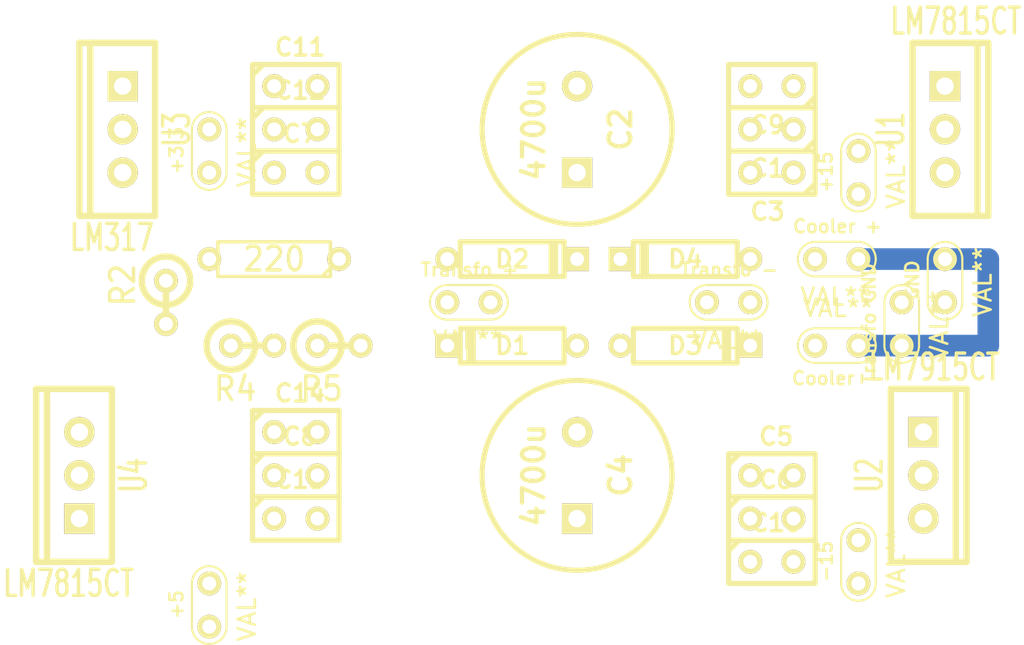
<source format=kicad_pcb>
(kicad_pcb (version 3) (host pcbnew "(2013-07-07 BZR 4022)-stable")

  (general
    (links 44)
    (no_connects 44)
    (area 184.785 70.485 247.015001 109.903542)
    (thickness 1.6)
    (drawings 0)
    (tracks 9)
    (zones 0)
    (modules 36)
    (nets 13)
  )

  (page A3)
  (layers
    (15 F.Cu signal)
    (0 B.Cu signal)
    (16 B.Adhes user)
    (17 F.Adhes user)
    (18 B.Paste user)
    (19 F.Paste user)
    (20 B.SilkS user)
    (21 F.SilkS user)
    (22 B.Mask user)
    (23 F.Mask user)
    (24 Dwgs.User user)
    (25 Cmts.User user)
    (26 Eco1.User user)
    (27 Eco2.User user)
    (28 Edge.Cuts user)
  )

  (setup
    (last_trace_width 0.254)
    (user_trace_width 1.27)
    (trace_clearance 0.254)
    (zone_clearance 0.508)
    (zone_45_only no)
    (trace_min 0.254)
    (segment_width 0.2)
    (edge_width 0.1)
    (via_size 0.889)
    (via_drill 0.635)
    (via_min_size 0.889)
    (via_min_drill 0.508)
    (uvia_size 0.508)
    (uvia_drill 0.127)
    (uvias_allowed no)
    (uvia_min_size 0.508)
    (uvia_min_drill 0.127)
    (pcb_text_width 0.3)
    (pcb_text_size 1.5 1.5)
    (mod_edge_width 0.15)
    (mod_text_size 1 1)
    (mod_text_width 0.15)
    (pad_size 1.5 1.5)
    (pad_drill 0.6)
    (pad_to_mask_clearance 0)
    (aux_axis_origin 0 0)
    (visible_elements 7FFFFFFF)
    (pcbplotparams
      (layerselection 3178497)
      (usegerberextensions true)
      (excludeedgelayer true)
      (linewidth 0.150000)
      (plotframeref false)
      (viasonmask false)
      (mode 1)
      (useauxorigin false)
      (hpglpennumber 1)
      (hpglpenspeed 20)
      (hpglpendiameter 15)
      (hpglpenoverlay 2)
      (psnegative false)
      (psa4output false)
      (plotreference true)
      (plotvalue true)
      (plotothertext true)
      (plotinvisibletext false)
      (padsonsilk false)
      (subtractmaskfromsilk false)
      (outputformat 1)
      (mirror false)
      (drillshape 1)
      (scaleselection 1)
      (outputdirectory ""))
  )

  (net 0 "")
  (net 1 /+15)
  (net 2 /+3.3)
  (net 3 /+5)
  (net 4 /-15)
  (net 5 /-V)
  (net 6 "/Tranfo +")
  (net 7 "/Tranfo -")
  (net 8 GND)
  (net 9 N-000003)
  (net 10 N-000005)
  (net 11 N-000006)
  (net 12 N-000007)

  (net_class Default "This is the default net class."
    (clearance 0.254)
    (trace_width 0.254)
    (via_dia 0.889)
    (via_drill 0.635)
    (uvia_dia 0.508)
    (uvia_drill 0.127)
    (add_net "")
    (add_net /+15)
    (add_net /+3.3)
    (add_net /+5)
    (add_net /-15)
    (add_net /-V)
    (add_net "/Tranfo +")
    (add_net "/Tranfo -")
    (add_net GND)
    (add_net N-000003)
    (add_net N-000005)
    (add_net N-000006)
    (add_net N-000007)
  )

  (module TO220_VERT (layer F.Cu) (tedit 5335A60D) (tstamp 53333927)
    (at 190.5 99.06 180)
    (descr "Regulateur TO220 serie LM78xx")
    (tags "TR TO220")
    (path /532C79C7)
    (fp_text reference U4 (at -3.175 0 270) (layer F.SilkS)
      (effects (font (size 1.524 1.016) (thickness 0.2032)))
    )
    (fp_text value LM7815CT (at 0.635 -6.35 180) (layer F.SilkS)
      (effects (font (size 1.524 1.016) (thickness 0.2032)))
    )
    (fp_line (start 1.905 -5.08) (end 2.54 -5.08) (layer F.SilkS) (width 0.381))
    (fp_line (start 2.54 -5.08) (end 2.54 5.08) (layer F.SilkS) (width 0.381))
    (fp_line (start 2.54 5.08) (end 1.905 5.08) (layer F.SilkS) (width 0.381))
    (fp_line (start -1.905 -5.08) (end 1.905 -5.08) (layer F.SilkS) (width 0.381))
    (fp_line (start 1.905 -5.08) (end 1.905 5.08) (layer F.SilkS) (width 0.381))
    (fp_line (start 1.905 5.08) (end -1.905 5.08) (layer F.SilkS) (width 0.381))
    (fp_line (start -1.905 5.08) (end -1.905 -5.08) (layer F.SilkS) (width 0.381))
    (pad 2 thru_hole circle (at 0 0 180) (size 1.778 1.778) (drill 1.016)
      (layers *.Cu *.Mask F.SilkS)
      (net 8 GND)
    )
    (pad 3 thru_hole circle (at 0 2.54 180) (size 1.778 1.778) (drill 1.016)
      (layers *.Cu *.Mask F.SilkS)
      (net 3 /+5)
    )
    (pad 1 thru_hole rect (at 0 -2.54 180) (size 1.778 1.778) (drill 1.016)
      (layers *.Cu *.Mask F.SilkS)
      (net 9 N-000003)
    )
  )

  (module TO220_VERT (layer F.Cu) (tedit 5335A6BE) (tstamp 53333935)
    (at 240.03 99.06)
    (descr "Regulateur TO220 serie LM78xx")
    (tags "TR TO220")
    (path /532C69D0)
    (fp_text reference U2 (at -3.175 0 90) (layer F.SilkS)
      (effects (font (size 1.524 1.016) (thickness 0.2032)))
    )
    (fp_text value LM7915CT (at 0.635 -6.35) (layer F.SilkS)
      (effects (font (size 1.524 1.016) (thickness 0.2032)))
    )
    (fp_line (start 1.905 -5.08) (end 2.54 -5.08) (layer F.SilkS) (width 0.381))
    (fp_line (start 2.54 -5.08) (end 2.54 5.08) (layer F.SilkS) (width 0.381))
    (fp_line (start 2.54 5.08) (end 1.905 5.08) (layer F.SilkS) (width 0.381))
    (fp_line (start -1.905 -5.08) (end 1.905 -5.08) (layer F.SilkS) (width 0.381))
    (fp_line (start 1.905 -5.08) (end 1.905 5.08) (layer F.SilkS) (width 0.381))
    (fp_line (start 1.905 5.08) (end -1.905 5.08) (layer F.SilkS) (width 0.381))
    (fp_line (start -1.905 5.08) (end -1.905 -5.08) (layer F.SilkS) (width 0.381))
    (pad 2 thru_hole circle (at 0 0) (size 1.778 1.778) (drill 1.016)
      (layers *.Cu *.Mask F.SilkS)
      (net 5 /-V)
    )
    (pad 3 thru_hole circle (at 0 2.54) (size 1.778 1.778) (drill 1.016)
      (layers *.Cu *.Mask F.SilkS)
      (net 4 /-15)
    )
    (pad 1 thru_hole rect (at 0 -2.54) (size 1.778 1.778) (drill 1.016)
      (layers *.Cu *.Mask F.SilkS)
      (net 8 GND)
    )
  )

  (module TO220_VERT (layer F.Cu) (tedit 5335A63C) (tstamp 53333943)
    (at 241.3 78.74)
    (descr "Regulateur TO220 serie LM78xx")
    (tags "TR TO220")
    (path /532C69C1)
    (fp_text reference U1 (at -3.175 0 90) (layer F.SilkS)
      (effects (font (size 1.524 1.016) (thickness 0.2032)))
    )
    (fp_text value LM7815CT (at 0.635 -6.35) (layer F.SilkS)
      (effects (font (size 1.524 1.016) (thickness 0.2032)))
    )
    (fp_line (start 1.905 -5.08) (end 2.54 -5.08) (layer F.SilkS) (width 0.381))
    (fp_line (start 2.54 -5.08) (end 2.54 5.08) (layer F.SilkS) (width 0.381))
    (fp_line (start 2.54 5.08) (end 1.905 5.08) (layer F.SilkS) (width 0.381))
    (fp_line (start -1.905 -5.08) (end 1.905 -5.08) (layer F.SilkS) (width 0.381))
    (fp_line (start 1.905 -5.08) (end 1.905 5.08) (layer F.SilkS) (width 0.381))
    (fp_line (start 1.905 5.08) (end -1.905 5.08) (layer F.SilkS) (width 0.381))
    (fp_line (start -1.905 5.08) (end -1.905 -5.08) (layer F.SilkS) (width 0.381))
    (pad 2 thru_hole circle (at 0 0) (size 1.778 1.778) (drill 1.016)
      (layers *.Cu *.Mask F.SilkS)
      (net 8 GND)
    )
    (pad 3 thru_hole circle (at 0 2.54) (size 1.778 1.778) (drill 1.016)
      (layers *.Cu *.Mask F.SilkS)
      (net 1 /+15)
    )
    (pad 1 thru_hole rect (at 0 -2.54) (size 1.778 1.778) (drill 1.016)
      (layers *.Cu *.Mask F.SilkS)
      (net 9 N-000003)
    )
  )

  (module TO220_VERT (layer F.Cu) (tedit 43A66C96) (tstamp 53333951)
    (at 193.04 78.74 180)
    (descr "Regulateur TO220 serie LM78xx")
    (tags "TR TO220")
    (path /532C69B2)
    (fp_text reference U3 (at -3.175 0 270) (layer F.SilkS)
      (effects (font (size 1.524 1.016) (thickness 0.2032)))
    )
    (fp_text value LM317 (at 0.635 -6.35 180) (layer F.SilkS)
      (effects (font (size 1.524 1.016) (thickness 0.2032)))
    )
    (fp_line (start 1.905 -5.08) (end 2.54 -5.08) (layer F.SilkS) (width 0.381))
    (fp_line (start 2.54 -5.08) (end 2.54 5.08) (layer F.SilkS) (width 0.381))
    (fp_line (start 2.54 5.08) (end 1.905 5.08) (layer F.SilkS) (width 0.381))
    (fp_line (start -1.905 -5.08) (end 1.905 -5.08) (layer F.SilkS) (width 0.381))
    (fp_line (start 1.905 -5.08) (end 1.905 5.08) (layer F.SilkS) (width 0.381))
    (fp_line (start 1.905 5.08) (end -1.905 5.08) (layer F.SilkS) (width 0.381))
    (fp_line (start -1.905 5.08) (end -1.905 -5.08) (layer F.SilkS) (width 0.381))
    (pad 2 thru_hole circle (at 0 -2.54 180) (size 1.778 1.778) (drill 1.016)
      (layers *.Cu *.Mask F.SilkS)
      (net 11 N-000006)
    )
    (pad 3 thru_hole circle (at 0 0 180) (size 1.778 1.778) (drill 1.016)
      (layers *.Cu *.Mask F.SilkS)
      (net 2 /+3.3)
    )
    (pad 1 thru_hole rect (at 0 2.54 180) (size 1.778 1.778) (drill 1.016)
      (layers *.Cu *.Mask F.SilkS)
      (net 9 N-000003)
    )
  )

  (module R3 (layer F.Cu) (tedit 5333404C) (tstamp 5333395F)
    (at 201.93 86.36 180)
    (descr "Resitance 3 pas")
    (tags R)
    (path /532C6DA5)
    (autoplace_cost180 10)
    (fp_text reference R1 (at 0 0.127 180) (layer F.SilkS) hide
      (effects (font (size 1.397 1.27) (thickness 0.2032)))
    )
    (fp_text value 220 (at 0 0 180) (layer F.SilkS)
      (effects (font (size 1.397 1.27) (thickness 0.2032)))
    )
    (fp_line (start -3.81 0) (end -3.302 0) (layer F.SilkS) (width 0.2032))
    (fp_line (start 3.81 0) (end 3.302 0) (layer F.SilkS) (width 0.2032))
    (fp_line (start 3.302 0) (end 3.302 -1.016) (layer F.SilkS) (width 0.2032))
    (fp_line (start 3.302 -1.016) (end -3.302 -1.016) (layer F.SilkS) (width 0.2032))
    (fp_line (start -3.302 -1.016) (end -3.302 1.016) (layer F.SilkS) (width 0.2032))
    (fp_line (start -3.302 1.016) (end 3.302 1.016) (layer F.SilkS) (width 0.2032))
    (fp_line (start 3.302 1.016) (end 3.302 0) (layer F.SilkS) (width 0.2032))
    (fp_line (start -3.302 -0.508) (end -2.794 -1.016) (layer F.SilkS) (width 0.2032))
    (pad 1 thru_hole circle (at -3.81 0 180) (size 1.397 1.397) (drill 0.8128)
      (layers *.Cu *.Mask F.SilkS)
      (net 2 /+3.3)
    )
    (pad 2 thru_hole circle (at 3.81 0 180) (size 1.397 1.397) (drill 0.8128)
      (layers *.Cu *.Mask F.SilkS)
      (net 11 N-000006)
    )
    (model discret/resistor.wrl
      (at (xyz 0 0 0))
      (scale (xyz 0.3 0.3 0.3))
      (rotate (xyz 0 0 0))
    )
  )

  (module R1 (layer F.Cu) (tedit 200000) (tstamp 53333967)
    (at 205.74 91.44)
    (descr "Resistance verticale")
    (tags R)
    (path /532CAD1F)
    (autoplace_cost90 10)
    (autoplace_cost180 10)
    (fp_text reference R5 (at -1.016 2.54) (layer F.SilkS)
      (effects (font (size 1.397 1.27) (thickness 0.2032)))
    )
    (fp_text value 120 (at -1.143 2.54) (layer F.SilkS) hide
      (effects (font (size 1.397 1.27) (thickness 0.2032)))
    )
    (fp_line (start -1.27 0) (end 1.27 0) (layer F.SilkS) (width 0.381))
    (fp_circle (center -1.27 0) (end -0.635 1.27) (layer F.SilkS) (width 0.381))
    (pad 1 thru_hole circle (at -1.27 0) (size 1.397 1.397) (drill 0.8128)
      (layers *.Cu *.Mask F.SilkS)
      (net 12 N-000007)
    )
    (pad 2 thru_hole circle (at 1.27 0) (size 1.397 1.397) (drill 0.8128)
      (layers *.Cu *.Mask F.SilkS)
      (net 8 GND)
    )
    (model discret/verti_resistor.wrl
      (at (xyz 0 0 0))
      (scale (xyz 1 1 1))
      (rotate (xyz 0 0 0))
    )
  )

  (module R1 (layer F.Cu) (tedit 200000) (tstamp 5333396F)
    (at 200.66 91.44)
    (descr "Resistance verticale")
    (tags R)
    (path /532CAD19)
    (autoplace_cost90 10)
    (autoplace_cost180 10)
    (fp_text reference R4 (at -1.016 2.54) (layer F.SilkS)
      (effects (font (size 1.397 1.27) (thickness 0.2032)))
    )
    (fp_text value 120 (at -1.143 2.54) (layer F.SilkS) hide
      (effects (font (size 1.397 1.27) (thickness 0.2032)))
    )
    (fp_line (start -1.27 0) (end 1.27 0) (layer F.SilkS) (width 0.381))
    (fp_circle (center -1.27 0) (end -0.635 1.27) (layer F.SilkS) (width 0.381))
    (pad 1 thru_hole circle (at -1.27 0) (size 1.397 1.397) (drill 0.8128)
      (layers *.Cu *.Mask F.SilkS)
      (net 10 N-000005)
    )
    (pad 2 thru_hole circle (at 1.27 0) (size 1.397 1.397) (drill 0.8128)
      (layers *.Cu *.Mask F.SilkS)
      (net 12 N-000007)
    )
    (model discret/verti_resistor.wrl
      (at (xyz 0 0 0))
      (scale (xyz 1 1 1))
      (rotate (xyz 0 0 0))
    )
  )

  (module R1 (layer F.Cu) (tedit 200000) (tstamp 53333977)
    (at 195.58 88.9 270)
    (descr "Resistance verticale")
    (tags R)
    (path /532C6D9F)
    (autoplace_cost90 10)
    (autoplace_cost180 10)
    (fp_text reference R2 (at -1.016 2.54 270) (layer F.SilkS)
      (effects (font (size 1.397 1.27) (thickness 0.2032)))
    )
    (fp_text value 120 (at -1.143 2.54 270) (layer F.SilkS) hide
      (effects (font (size 1.397 1.27) (thickness 0.2032)))
    )
    (fp_line (start -1.27 0) (end 1.27 0) (layer F.SilkS) (width 0.381))
    (fp_circle (center -1.27 0) (end -0.635 1.27) (layer F.SilkS) (width 0.381))
    (pad 1 thru_hole circle (at -1.27 0 270) (size 1.397 1.397) (drill 0.8128)
      (layers *.Cu *.Mask F.SilkS)
      (net 11 N-000006)
    )
    (pad 2 thru_hole circle (at 1.27 0 270) (size 1.397 1.397) (drill 0.8128)
      (layers *.Cu *.Mask F.SilkS)
      (net 10 N-000005)
    )
    (model discret/verti_resistor.wrl
      (at (xyz 0 0 0))
      (scale (xyz 1 1 1))
      (rotate (xyz 0 0 0))
    )
  )

  (module D3 (layer F.Cu) (tedit 200000) (tstamp 53333987)
    (at 215.9 86.36)
    (descr "Diode 3 pas")
    (tags "DIODE DEV")
    (path /532C68E5)
    (fp_text reference D2 (at 0 0) (layer F.SilkS)
      (effects (font (size 1.016 1.016) (thickness 0.2032)))
    )
    (fp_text value DIODE (at 0 0) (layer F.SilkS) hide
      (effects (font (size 1.016 1.016) (thickness 0.2032)))
    )
    (fp_line (start 3.81 0) (end 3.048 0) (layer F.SilkS) (width 0.3048))
    (fp_line (start 3.048 0) (end 3.048 -1.016) (layer F.SilkS) (width 0.3048))
    (fp_line (start 3.048 -1.016) (end -3.048 -1.016) (layer F.SilkS) (width 0.3048))
    (fp_line (start -3.048 -1.016) (end -3.048 0) (layer F.SilkS) (width 0.3048))
    (fp_line (start -3.048 0) (end -3.81 0) (layer F.SilkS) (width 0.3048))
    (fp_line (start -3.048 0) (end -3.048 1.016) (layer F.SilkS) (width 0.3048))
    (fp_line (start -3.048 1.016) (end 3.048 1.016) (layer F.SilkS) (width 0.3048))
    (fp_line (start 3.048 1.016) (end 3.048 0) (layer F.SilkS) (width 0.3048))
    (fp_line (start 2.54 -1.016) (end 2.54 1.016) (layer F.SilkS) (width 0.3048))
    (fp_line (start 2.286 1.016) (end 2.286 -1.016) (layer F.SilkS) (width 0.3048))
    (pad 2 thru_hole rect (at 3.81 0) (size 1.397 1.397) (drill 0.8128)
      (layers *.Cu *.Mask F.SilkS)
      (net 9 N-000003)
    )
    (pad 1 thru_hole circle (at -3.81 0) (size 1.397 1.397) (drill 0.8128)
      (layers *.Cu *.Mask F.SilkS)
      (net 6 "/Tranfo +")
    )
    (model discret/diode.wrl
      (at (xyz 0 0 0))
      (scale (xyz 0.3 0.3 0.3))
      (rotate (xyz 0 0 0))
    )
  )

  (module D3 (layer F.Cu) (tedit 200000) (tstamp 53333997)
    (at 226.06 91.44)
    (descr "Diode 3 pas")
    (tags "DIODE DEV")
    (path /532C690D)
    (fp_text reference D3 (at 0 0) (layer F.SilkS)
      (effects (font (size 1.016 1.016) (thickness 0.2032)))
    )
    (fp_text value DIODE (at 0 0) (layer F.SilkS) hide
      (effects (font (size 1.016 1.016) (thickness 0.2032)))
    )
    (fp_line (start 3.81 0) (end 3.048 0) (layer F.SilkS) (width 0.3048))
    (fp_line (start 3.048 0) (end 3.048 -1.016) (layer F.SilkS) (width 0.3048))
    (fp_line (start 3.048 -1.016) (end -3.048 -1.016) (layer F.SilkS) (width 0.3048))
    (fp_line (start -3.048 -1.016) (end -3.048 0) (layer F.SilkS) (width 0.3048))
    (fp_line (start -3.048 0) (end -3.81 0) (layer F.SilkS) (width 0.3048))
    (fp_line (start -3.048 0) (end -3.048 1.016) (layer F.SilkS) (width 0.3048))
    (fp_line (start -3.048 1.016) (end 3.048 1.016) (layer F.SilkS) (width 0.3048))
    (fp_line (start 3.048 1.016) (end 3.048 0) (layer F.SilkS) (width 0.3048))
    (fp_line (start 2.54 -1.016) (end 2.54 1.016) (layer F.SilkS) (width 0.3048))
    (fp_line (start 2.286 1.016) (end 2.286 -1.016) (layer F.SilkS) (width 0.3048))
    (pad 2 thru_hole rect (at 3.81 0) (size 1.397 1.397) (drill 0.8128)
      (layers *.Cu *.Mask F.SilkS)
      (net 7 "/Tranfo -")
    )
    (pad 1 thru_hole circle (at -3.81 0) (size 1.397 1.397) (drill 0.8128)
      (layers *.Cu *.Mask F.SilkS)
      (net 5 /-V)
    )
    (model discret/diode.wrl
      (at (xyz 0 0 0))
      (scale (xyz 0.3 0.3 0.3))
      (rotate (xyz 0 0 0))
    )
  )

  (module D3 (layer F.Cu) (tedit 53333BBC) (tstamp 533339A7)
    (at 215.9 91.44 180)
    (descr "Diode 3 pas")
    (tags "DIODE DEV")
    (path /532C6907)
    (fp_text reference D1 (at 0 0 180) (layer F.SilkS)
      (effects (font (size 1.016 1.016) (thickness 0.2032)))
    )
    (fp_text value DIODE (at 0 0 180) (layer F.SilkS) hide
      (effects (font (size 1.016 1.016) (thickness 0.2032)))
    )
    (fp_line (start 3.81 0) (end 3.048 0) (layer F.SilkS) (width 0.3048))
    (fp_line (start 3.048 0) (end 3.048 -1.016) (layer F.SilkS) (width 0.3048))
    (fp_line (start 3.048 -1.016) (end -3.048 -1.016) (layer F.SilkS) (width 0.3048))
    (fp_line (start -3.048 -1.016) (end -3.048 0) (layer F.SilkS) (width 0.3048))
    (fp_line (start -3.048 0) (end -3.81 0) (layer F.SilkS) (width 0.3048))
    (fp_line (start -3.048 0) (end -3.048 1.016) (layer F.SilkS) (width 0.3048))
    (fp_line (start -3.048 1.016) (end 3.048 1.016) (layer F.SilkS) (width 0.3048))
    (fp_line (start 3.048 1.016) (end 3.048 0) (layer F.SilkS) (width 0.3048))
    (fp_line (start 2.54 -1.016) (end 2.54 1.016) (layer F.SilkS) (width 0.3048))
    (fp_line (start 2.286 1.016) (end 2.286 -1.016) (layer F.SilkS) (width 0.3048))
    (pad 2 thru_hole rect (at 3.81 0 180) (size 1.397 1.397) (drill 0.8128)
      (layers *.Cu *.Mask F.SilkS)
      (net 6 "/Tranfo +")
    )
    (pad 1 thru_hole circle (at -3.81 0 180) (size 1.397 1.397) (drill 0.8128)
      (layers *.Cu *.Mask F.SilkS)
      (net 5 /-V)
    )
    (model discret/diode.wrl
      (at (xyz 0 0 0))
      (scale (xyz 0.3 0.3 0.3))
      (rotate (xyz 0 0 0))
    )
  )

  (module D3 (layer F.Cu) (tedit 200000) (tstamp 533339B7)
    (at 226.06 86.36 180)
    (descr "Diode 3 pas")
    (tags "DIODE DEV")
    (path /532C68F7)
    (fp_text reference D4 (at 0 0 180) (layer F.SilkS)
      (effects (font (size 1.016 1.016) (thickness 0.2032)))
    )
    (fp_text value DIODE (at 0 0 180) (layer F.SilkS) hide
      (effects (font (size 1.016 1.016) (thickness 0.2032)))
    )
    (fp_line (start 3.81 0) (end 3.048 0) (layer F.SilkS) (width 0.3048))
    (fp_line (start 3.048 0) (end 3.048 -1.016) (layer F.SilkS) (width 0.3048))
    (fp_line (start 3.048 -1.016) (end -3.048 -1.016) (layer F.SilkS) (width 0.3048))
    (fp_line (start -3.048 -1.016) (end -3.048 0) (layer F.SilkS) (width 0.3048))
    (fp_line (start -3.048 0) (end -3.81 0) (layer F.SilkS) (width 0.3048))
    (fp_line (start -3.048 0) (end -3.048 1.016) (layer F.SilkS) (width 0.3048))
    (fp_line (start -3.048 1.016) (end 3.048 1.016) (layer F.SilkS) (width 0.3048))
    (fp_line (start 3.048 1.016) (end 3.048 0) (layer F.SilkS) (width 0.3048))
    (fp_line (start 2.54 -1.016) (end 2.54 1.016) (layer F.SilkS) (width 0.3048))
    (fp_line (start 2.286 1.016) (end 2.286 -1.016) (layer F.SilkS) (width 0.3048))
    (pad 2 thru_hole rect (at 3.81 0 180) (size 1.397 1.397) (drill 0.8128)
      (layers *.Cu *.Mask F.SilkS)
      (net 9 N-000003)
    )
    (pad 1 thru_hole circle (at -3.81 0 180) (size 1.397 1.397) (drill 0.8128)
      (layers *.Cu *.Mask F.SilkS)
      (net 7 "/Tranfo -")
    )
    (model discret/diode.wrl
      (at (xyz 0 0 0))
      (scale (xyz 0.3 0.3 0.3))
      (rotate (xyz 0 0 0))
    )
  )

  (module C1 (layer F.Cu) (tedit 3F92C496) (tstamp 533339D8)
    (at 203.2 76.2)
    (descr "Condensateur e = 1 pas")
    (tags C)
    (path /53333A82)
    (fp_text reference C11 (at 0.254 -2.286) (layer F.SilkS)
      (effects (font (size 1.016 1.016) (thickness 0.2032)))
    )
    (fp_text value 100n (at 0 -2.286) (layer F.SilkS) hide
      (effects (font (size 1.016 1.016) (thickness 0.2032)))
    )
    (fp_line (start -2.4892 -1.27) (end 2.54 -1.27) (layer F.SilkS) (width 0.3048))
    (fp_line (start 2.54 -1.27) (end 2.54 1.27) (layer F.SilkS) (width 0.3048))
    (fp_line (start 2.54 1.27) (end -2.54 1.27) (layer F.SilkS) (width 0.3048))
    (fp_line (start -2.54 1.27) (end -2.54 -1.27) (layer F.SilkS) (width 0.3048))
    (fp_line (start -2.54 -0.635) (end -1.905 -1.27) (layer F.SilkS) (width 0.3048))
    (pad 1 thru_hole circle (at -1.27 0) (size 1.397 1.397) (drill 0.8128)
      (layers *.Cu *.Mask F.SilkS)
      (net 9 N-000003)
    )
    (pad 2 thru_hole circle (at 1.27 0) (size 1.397 1.397) (drill 0.8128)
      (layers *.Cu *.Mask F.SilkS)
      (net 8 GND)
    )
    (model discret/capa_1_pas.wrl
      (at (xyz 0 0 0))
      (scale (xyz 1 1 1))
      (rotate (xyz 0 0 0))
    )
  )

  (module C1 (layer F.Cu) (tedit 3F92C496) (tstamp 533339E3)
    (at 203.2 96.52)
    (descr "Condensateur e = 1 pas")
    (tags C)
    (path /5333399B)
    (fp_text reference C14 (at 0.254 -2.286) (layer F.SilkS)
      (effects (font (size 1.016 1.016) (thickness 0.2032)))
    )
    (fp_text value 0.1u (at 0 -2.286) (layer F.SilkS) hide
      (effects (font (size 1.016 1.016) (thickness 0.2032)))
    )
    (fp_line (start -2.4892 -1.27) (end 2.54 -1.27) (layer F.SilkS) (width 0.3048))
    (fp_line (start 2.54 -1.27) (end 2.54 1.27) (layer F.SilkS) (width 0.3048))
    (fp_line (start 2.54 1.27) (end -2.54 1.27) (layer F.SilkS) (width 0.3048))
    (fp_line (start -2.54 1.27) (end -2.54 -1.27) (layer F.SilkS) (width 0.3048))
    (fp_line (start -2.54 -0.635) (end -1.905 -1.27) (layer F.SilkS) (width 0.3048))
    (pad 1 thru_hole circle (at -1.27 0) (size 1.397 1.397) (drill 0.8128)
      (layers *.Cu *.Mask F.SilkS)
      (net 3 /+5)
    )
    (pad 2 thru_hole circle (at 1.27 0) (size 1.397 1.397) (drill 0.8128)
      (layers *.Cu *.Mask F.SilkS)
      (net 8 GND)
    )
    (model discret/capa_1_pas.wrl
      (at (xyz 0 0 0))
      (scale (xyz 1 1 1))
      (rotate (xyz 0 0 0))
    )
  )

  (module C1 (layer F.Cu) (tedit 3F92C496) (tstamp 533339EE)
    (at 203.2 78.74)
    (descr "Condensateur e = 1 pas")
    (tags C)
    (path /53333875)
    (fp_text reference C12 (at 0.254 -2.286) (layer F.SilkS)
      (effects (font (size 1.016 1.016) (thickness 0.2032)))
    )
    (fp_text value 0.1u (at 0 -2.286) (layer F.SilkS) hide
      (effects (font (size 1.016 1.016) (thickness 0.2032)))
    )
    (fp_line (start -2.4892 -1.27) (end 2.54 -1.27) (layer F.SilkS) (width 0.3048))
    (fp_line (start 2.54 -1.27) (end 2.54 1.27) (layer F.SilkS) (width 0.3048))
    (fp_line (start 2.54 1.27) (end -2.54 1.27) (layer F.SilkS) (width 0.3048))
    (fp_line (start -2.54 1.27) (end -2.54 -1.27) (layer F.SilkS) (width 0.3048))
    (fp_line (start -2.54 -0.635) (end -1.905 -1.27) (layer F.SilkS) (width 0.3048))
    (pad 1 thru_hole circle (at -1.27 0) (size 1.397 1.397) (drill 0.8128)
      (layers *.Cu *.Mask F.SilkS)
      (net 2 /+3.3)
    )
    (pad 2 thru_hole circle (at 1.27 0) (size 1.397 1.397) (drill 0.8128)
      (layers *.Cu *.Mask F.SilkS)
      (net 8 GND)
    )
    (model discret/capa_1_pas.wrl
      (at (xyz 0 0 0))
      (scale (xyz 1 1 1))
      (rotate (xyz 0 0 0))
    )
  )

  (module C1 (layer F.Cu) (tedit 3F92C496) (tstamp 533339F9)
    (at 231.14 104.14)
    (descr "Condensateur e = 1 pas")
    (tags C)
    (path /533337EA)
    (fp_text reference C10 (at 0.254 -2.286) (layer F.SilkS)
      (effects (font (size 1.016 1.016) (thickness 0.2032)))
    )
    (fp_text value 0.1u (at 0 -2.286) (layer F.SilkS) hide
      (effects (font (size 1.016 1.016) (thickness 0.2032)))
    )
    (fp_line (start -2.4892 -1.27) (end 2.54 -1.27) (layer F.SilkS) (width 0.3048))
    (fp_line (start 2.54 -1.27) (end 2.54 1.27) (layer F.SilkS) (width 0.3048))
    (fp_line (start 2.54 1.27) (end -2.54 1.27) (layer F.SilkS) (width 0.3048))
    (fp_line (start -2.54 1.27) (end -2.54 -1.27) (layer F.SilkS) (width 0.3048))
    (fp_line (start -2.54 -0.635) (end -1.905 -1.27) (layer F.SilkS) (width 0.3048))
    (pad 1 thru_hole circle (at -1.27 0) (size 1.397 1.397) (drill 0.8128)
      (layers *.Cu *.Mask F.SilkS)
      (net 8 GND)
    )
    (pad 2 thru_hole circle (at 1.27 0) (size 1.397 1.397) (drill 0.8128)
      (layers *.Cu *.Mask F.SilkS)
      (net 4 /-15)
    )
    (model discret/capa_1_pas.wrl
      (at (xyz 0 0 0))
      (scale (xyz 1 1 1))
      (rotate (xyz 0 0 0))
    )
  )

  (module C1 (layer F.Cu) (tedit 3F92C496) (tstamp 53333A04)
    (at 231.14 76.2 180)
    (descr "Condensateur e = 1 pas")
    (tags C)
    (path /53333765)
    (fp_text reference C9 (at 0.254 -2.286 180) (layer F.SilkS)
      (effects (font (size 1.016 1.016) (thickness 0.2032)))
    )
    (fp_text value 0.1u (at 0 -2.286 180) (layer F.SilkS) hide
      (effects (font (size 1.016 1.016) (thickness 0.2032)))
    )
    (fp_line (start -2.4892 -1.27) (end 2.54 -1.27) (layer F.SilkS) (width 0.3048))
    (fp_line (start 2.54 -1.27) (end 2.54 1.27) (layer F.SilkS) (width 0.3048))
    (fp_line (start 2.54 1.27) (end -2.54 1.27) (layer F.SilkS) (width 0.3048))
    (fp_line (start -2.54 1.27) (end -2.54 -1.27) (layer F.SilkS) (width 0.3048))
    (fp_line (start -2.54 -0.635) (end -1.905 -1.27) (layer F.SilkS) (width 0.3048))
    (pad 1 thru_hole circle (at -1.27 0 180) (size 1.397 1.397) (drill 0.8128)
      (layers *.Cu *.Mask F.SilkS)
      (net 1 /+15)
    )
    (pad 2 thru_hole circle (at 1.27 0 180) (size 1.397 1.397) (drill 0.8128)
      (layers *.Cu *.Mask F.SilkS)
      (net 8 GND)
    )
    (model discret/capa_1_pas.wrl
      (at (xyz 0 0 0))
      (scale (xyz 1 1 1))
      (rotate (xyz 0 0 0))
    )
  )

  (module C1 (layer F.Cu) (tedit 3F92C496) (tstamp 53333A0F)
    (at 203.2 101.6)
    (descr "Condensateur e = 1 pas")
    (tags C)
    (path /53333B18)
    (fp_text reference C13 (at 0.254 -2.286) (layer F.SilkS)
      (effects (font (size 1.016 1.016) (thickness 0.2032)))
    )
    (fp_text value 100n (at 0 -2.286) (layer F.SilkS) hide
      (effects (font (size 1.016 1.016) (thickness 0.2032)))
    )
    (fp_line (start -2.4892 -1.27) (end 2.54 -1.27) (layer F.SilkS) (width 0.3048))
    (fp_line (start 2.54 -1.27) (end 2.54 1.27) (layer F.SilkS) (width 0.3048))
    (fp_line (start 2.54 1.27) (end -2.54 1.27) (layer F.SilkS) (width 0.3048))
    (fp_line (start -2.54 1.27) (end -2.54 -1.27) (layer F.SilkS) (width 0.3048))
    (fp_line (start -2.54 -0.635) (end -1.905 -1.27) (layer F.SilkS) (width 0.3048))
    (pad 1 thru_hole circle (at -1.27 0) (size 1.397 1.397) (drill 0.8128)
      (layers *.Cu *.Mask F.SilkS)
      (net 9 N-000003)
    )
    (pad 2 thru_hole circle (at 1.27 0) (size 1.397 1.397) (drill 0.8128)
      (layers *.Cu *.Mask F.SilkS)
      (net 8 GND)
    )
    (model discret/capa_1_pas.wrl
      (at (xyz 0 0 0))
      (scale (xyz 1 1 1))
      (rotate (xyz 0 0 0))
    )
  )

  (module C1 (layer F.Cu) (tedit 3F92C496) (tstamp 53333A1A)
    (at 203.2 99.06)
    (descr "Condensateur e = 1 pas")
    (tags C)
    (path /532C6BF1)
    (fp_text reference C8 (at 0.254 -2.286) (layer F.SilkS)
      (effects (font (size 1.016 1.016) (thickness 0.2032)))
    )
    (fp_text value 100u (at 0 -2.286) (layer F.SilkS) hide
      (effects (font (size 1.016 1.016) (thickness 0.2032)))
    )
    (fp_line (start -2.4892 -1.27) (end 2.54 -1.27) (layer F.SilkS) (width 0.3048))
    (fp_line (start 2.54 -1.27) (end 2.54 1.27) (layer F.SilkS) (width 0.3048))
    (fp_line (start 2.54 1.27) (end -2.54 1.27) (layer F.SilkS) (width 0.3048))
    (fp_line (start -2.54 1.27) (end -2.54 -1.27) (layer F.SilkS) (width 0.3048))
    (fp_line (start -2.54 -0.635) (end -1.905 -1.27) (layer F.SilkS) (width 0.3048))
    (pad 1 thru_hole circle (at -1.27 0) (size 1.397 1.397) (drill 0.8128)
      (layers *.Cu *.Mask F.SilkS)
      (net 3 /+5)
    )
    (pad 2 thru_hole circle (at 1.27 0) (size 1.397 1.397) (drill 0.8128)
      (layers *.Cu *.Mask F.SilkS)
      (net 8 GND)
    )
    (model discret/capa_1_pas.wrl
      (at (xyz 0 0 0))
      (scale (xyz 1 1 1))
      (rotate (xyz 0 0 0))
    )
  )

  (module C1 (layer F.Cu) (tedit 3F92C496) (tstamp 53333A25)
    (at 203.2 81.28)
    (descr "Condensateur e = 1 pas")
    (tags C)
    (path /532C6BEB)
    (fp_text reference C7 (at 0.254 -2.286) (layer F.SilkS)
      (effects (font (size 1.016 1.016) (thickness 0.2032)))
    )
    (fp_text value 100u (at 0 -2.286) (layer F.SilkS) hide
      (effects (font (size 1.016 1.016) (thickness 0.2032)))
    )
    (fp_line (start -2.4892 -1.27) (end 2.54 -1.27) (layer F.SilkS) (width 0.3048))
    (fp_line (start 2.54 -1.27) (end 2.54 1.27) (layer F.SilkS) (width 0.3048))
    (fp_line (start 2.54 1.27) (end -2.54 1.27) (layer F.SilkS) (width 0.3048))
    (fp_line (start -2.54 1.27) (end -2.54 -1.27) (layer F.SilkS) (width 0.3048))
    (fp_line (start -2.54 -0.635) (end -1.905 -1.27) (layer F.SilkS) (width 0.3048))
    (pad 1 thru_hole circle (at -1.27 0) (size 1.397 1.397) (drill 0.8128)
      (layers *.Cu *.Mask F.SilkS)
      (net 2 /+3.3)
    )
    (pad 2 thru_hole circle (at 1.27 0) (size 1.397 1.397) (drill 0.8128)
      (layers *.Cu *.Mask F.SilkS)
      (net 8 GND)
    )
    (model discret/capa_1_pas.wrl
      (at (xyz 0 0 0))
      (scale (xyz 1 1 1))
      (rotate (xyz 0 0 0))
    )
  )

  (module C1 (layer F.Cu) (tedit 3F92C496) (tstamp 53333A30)
    (at 231.14 101.6)
    (descr "Condensateur e = 1 pas")
    (tags C)
    (path /532C6B59)
    (fp_text reference C6 (at 0.254 -2.286) (layer F.SilkS)
      (effects (font (size 1.016 1.016) (thickness 0.2032)))
    )
    (fp_text value 100u (at 0 -2.286) (layer F.SilkS) hide
      (effects (font (size 1.016 1.016) (thickness 0.2032)))
    )
    (fp_line (start -2.4892 -1.27) (end 2.54 -1.27) (layer F.SilkS) (width 0.3048))
    (fp_line (start 2.54 -1.27) (end 2.54 1.27) (layer F.SilkS) (width 0.3048))
    (fp_line (start 2.54 1.27) (end -2.54 1.27) (layer F.SilkS) (width 0.3048))
    (fp_line (start -2.54 1.27) (end -2.54 -1.27) (layer F.SilkS) (width 0.3048))
    (fp_line (start -2.54 -0.635) (end -1.905 -1.27) (layer F.SilkS) (width 0.3048))
    (pad 1 thru_hole circle (at -1.27 0) (size 1.397 1.397) (drill 0.8128)
      (layers *.Cu *.Mask F.SilkS)
      (net 8 GND)
    )
    (pad 2 thru_hole circle (at 1.27 0) (size 1.397 1.397) (drill 0.8128)
      (layers *.Cu *.Mask F.SilkS)
      (net 4 /-15)
    )
    (model discret/capa_1_pas.wrl
      (at (xyz 0 0 0))
      (scale (xyz 1 1 1))
      (rotate (xyz 0 0 0))
    )
  )

  (module C1 (layer F.Cu) (tedit 3F92C496) (tstamp 53333A3B)
    (at 231.14 78.74 180)
    (descr "Condensateur e = 1 pas")
    (tags C)
    (path /532C6B53)
    (fp_text reference C1 (at 0.254 -2.286 180) (layer F.SilkS)
      (effects (font (size 1.016 1.016) (thickness 0.2032)))
    )
    (fp_text value 100u (at 0 -2.286 180) (layer F.SilkS) hide
      (effects (font (size 1.016 1.016) (thickness 0.2032)))
    )
    (fp_line (start -2.4892 -1.27) (end 2.54 -1.27) (layer F.SilkS) (width 0.3048))
    (fp_line (start 2.54 -1.27) (end 2.54 1.27) (layer F.SilkS) (width 0.3048))
    (fp_line (start 2.54 1.27) (end -2.54 1.27) (layer F.SilkS) (width 0.3048))
    (fp_line (start -2.54 1.27) (end -2.54 -1.27) (layer F.SilkS) (width 0.3048))
    (fp_line (start -2.54 -0.635) (end -1.905 -1.27) (layer F.SilkS) (width 0.3048))
    (pad 1 thru_hole circle (at -1.27 0 180) (size 1.397 1.397) (drill 0.8128)
      (layers *.Cu *.Mask F.SilkS)
      (net 1 /+15)
    )
    (pad 2 thru_hole circle (at 1.27 0 180) (size 1.397 1.397) (drill 0.8128)
      (layers *.Cu *.Mask F.SilkS)
      (net 8 GND)
    )
    (model discret/capa_1_pas.wrl
      (at (xyz 0 0 0))
      (scale (xyz 1 1 1))
      (rotate (xyz 0 0 0))
    )
  )

  (module C1 (layer F.Cu) (tedit 3F92C496) (tstamp 53333A46)
    (at 231.14 99.06)
    (descr "Condensateur e = 1 pas")
    (tags C)
    (path /532C696D)
    (fp_text reference C5 (at 0.254 -2.286) (layer F.SilkS)
      (effects (font (size 1.016 1.016) (thickness 0.2032)))
    )
    (fp_text value 100n (at 0 -2.286) (layer F.SilkS) hide
      (effects (font (size 1.016 1.016) (thickness 0.2032)))
    )
    (fp_line (start -2.4892 -1.27) (end 2.54 -1.27) (layer F.SilkS) (width 0.3048))
    (fp_line (start 2.54 -1.27) (end 2.54 1.27) (layer F.SilkS) (width 0.3048))
    (fp_line (start 2.54 1.27) (end -2.54 1.27) (layer F.SilkS) (width 0.3048))
    (fp_line (start -2.54 1.27) (end -2.54 -1.27) (layer F.SilkS) (width 0.3048))
    (fp_line (start -2.54 -0.635) (end -1.905 -1.27) (layer F.SilkS) (width 0.3048))
    (pad 1 thru_hole circle (at -1.27 0) (size 1.397 1.397) (drill 0.8128)
      (layers *.Cu *.Mask F.SilkS)
      (net 8 GND)
    )
    (pad 2 thru_hole circle (at 1.27 0) (size 1.397 1.397) (drill 0.8128)
      (layers *.Cu *.Mask F.SilkS)
      (net 5 /-V)
    )
    (model discret/capa_1_pas.wrl
      (at (xyz 0 0 0))
      (scale (xyz 1 1 1))
      (rotate (xyz 0 0 0))
    )
  )

  (module C1 (layer F.Cu) (tedit 3F92C496) (tstamp 53333A51)
    (at 231.14 81.28 180)
    (descr "Condensateur e = 1 pas")
    (tags C)
    (path /532C6967)
    (fp_text reference C3 (at 0.254 -2.286 180) (layer F.SilkS)
      (effects (font (size 1.016 1.016) (thickness 0.2032)))
    )
    (fp_text value 100n (at 0 -2.286 180) (layer F.SilkS) hide
      (effects (font (size 1.016 1.016) (thickness 0.2032)))
    )
    (fp_line (start -2.4892 -1.27) (end 2.54 -1.27) (layer F.SilkS) (width 0.3048))
    (fp_line (start 2.54 -1.27) (end 2.54 1.27) (layer F.SilkS) (width 0.3048))
    (fp_line (start 2.54 1.27) (end -2.54 1.27) (layer F.SilkS) (width 0.3048))
    (fp_line (start -2.54 1.27) (end -2.54 -1.27) (layer F.SilkS) (width 0.3048))
    (fp_line (start -2.54 -0.635) (end -1.905 -1.27) (layer F.SilkS) (width 0.3048))
    (pad 1 thru_hole circle (at -1.27 0 180) (size 1.397 1.397) (drill 0.8128)
      (layers *.Cu *.Mask F.SilkS)
      (net 9 N-000003)
    )
    (pad 2 thru_hole circle (at 1.27 0 180) (size 1.397 1.397) (drill 0.8128)
      (layers *.Cu *.Mask F.SilkS)
      (net 8 GND)
    )
    (model discret/capa_1_pas.wrl
      (at (xyz 0 0 0))
      (scale (xyz 1 1 1))
      (rotate (xyz 0 0 0))
    )
  )

  (module C2V10 (layer F.Cu) (tedit 5333408D) (tstamp 53333CB0)
    (at 219.71 78.74 90)
    (descr "Condensateur polarise")
    (tags CP)
    (path /532C6954)
    (fp_text reference C2 (at 0 2.54 90) (layer F.SilkS)
      (effects (font (size 1.27 1.27) (thickness 0.254)))
    )
    (fp_text value 4700u (at 0 -2.54 90) (layer F.SilkS)
      (effects (font (size 1.27 1.27) (thickness 0.254)))
    )
    (fp_circle (center 0 0) (end 4.826 -2.794) (layer F.SilkS) (width 0.3048))
    (pad 1 thru_hole rect (at -2.54 0 90) (size 1.778 1.778) (drill 1.016)
      (layers *.Cu *.Mask F.SilkS)
      (net 9 N-000003)
    )
    (pad 2 thru_hole circle (at 2.54 0 90) (size 1.778 1.778) (drill 1.016)
      (layers *.Cu *.Mask F.SilkS)
      (net 8 GND)
    )
    (model discret/c_vert_c2v10.wrl
      (at (xyz 0 0 0))
      (scale (xyz 1 1 1))
      (rotate (xyz 0 0 0))
    )
  )

  (module C2V10 (layer F.Cu) (tedit 53333CB5) (tstamp 53333CB7)
    (at 219.71 99.06 90)
    (descr "Condensateur polarise")
    (tags CP)
    (path /532C6961)
    (fp_text reference C4 (at 0 2.54 90) (layer F.SilkS)
      (effects (font (size 1.27 1.27) (thickness 0.254)))
    )
    (fp_text value 4700u (at 0 -2.54 90) (layer F.SilkS)
      (effects (font (size 1.27 1.27) (thickness 0.254)))
    )
    (fp_circle (center 0 0) (end 4.826 -2.794) (layer F.SilkS) (width 0.3048))
    (pad 1 thru_hole rect (at -2.54 0 90) (size 1.778 1.778) (drill 1.016)
      (layers *.Cu *.Mask F.SilkS)
      (net 8 GND)
    )
    (pad 2 thru_hole circle (at 2.54 0 90) (size 1.778 1.778) (drill 1.016)
      (layers *.Cu *.Mask F.SilkS)
      (net 5 /-V)
    )
    (model discret/c_vert_c2v10.wrl
      (at (xyz 0 0 0))
      (scale (xyz 1 1 1))
      (rotate (xyz 0 0 0))
    )
  )

  (module TEST_POINT_2PADS (layer F.Cu) (tedit 533456D5) (tstamp 5334B316)
    (at 236.22 81.28 90)
    (descr "Connecteurs 2 pins")
    (tags "CONN DEV")
    (path /47BD3A9D/4D6E599A)
    (fp_text reference +15 (at 0.03048 -1.92024 90) (layer F.SilkS)
      (effects (font (size 0.762 0.762) (thickness 0.1524)))
    )
    (fp_text value VAL** (at -0.07112 2.2098 90) (layer F.SilkS)
      (effects (font (size 1.016 1.016) (thickness 0.1524)))
    )
    (fp_line (start 1.27 1.016) (end -1.27 1.016) (layer F.SilkS) (width 0.127))
    (fp_line (start 1.27 -1.016) (end -1.27 -1.016) (layer F.SilkS) (width 0.127))
    (fp_arc (start 1.27 0) (end 2.286 0) (angle 90) (layer F.SilkS) (width 0.127))
    (fp_arc (start 1.27 0) (end 1.27 -1.016) (angle 90) (layer F.SilkS) (width 0.127))
    (fp_arc (start -1.27 0) (end -1.27 1.016) (angle 90) (layer F.SilkS) (width 0.127))
    (fp_arc (start -1.27 0) (end -2.286 0) (angle 90) (layer F.SilkS) (width 0.127))
    (pad 1 thru_hole circle (at -1.27 0 90) (size 1.397 1.397) (drill 0.8128)
      (layers *.Cu *.Mask F.SilkS)
    )
    (pad 2 thru_hole circle (at 1.27 0 90) (size 1.397 1.397) (drill 0.8128)
      (layers *.Cu *.Mask F.SilkS)
    )
    (model connectors\testpoint_2pads.wrl
      (at (xyz 0 0 0))
      (scale (xyz 1 1 1))
      (rotate (xyz 0 0 0))
    )
  )

  (module TEST_POINT_2PADS (layer F.Cu) (tedit 533456E6) (tstamp 5334B32E)
    (at 236.22 104.14 90)
    (descr "Connecteurs 2 pins")
    (tags "CONN DEV")
    (path /47BD3A9D/4D6E599A)
    (fp_text reference -15 (at 0.03048 -1.92024 90) (layer F.SilkS)
      (effects (font (size 0.762 0.762) (thickness 0.1524)))
    )
    (fp_text value VAL** (at -0.07112 2.2098 90) (layer F.SilkS)
      (effects (font (size 1.016 1.016) (thickness 0.1524)))
    )
    (fp_line (start 1.27 1.016) (end -1.27 1.016) (layer F.SilkS) (width 0.127))
    (fp_line (start 1.27 -1.016) (end -1.27 -1.016) (layer F.SilkS) (width 0.127))
    (fp_arc (start 1.27 0) (end 2.286 0) (angle 90) (layer F.SilkS) (width 0.127))
    (fp_arc (start 1.27 0) (end 1.27 -1.016) (angle 90) (layer F.SilkS) (width 0.127))
    (fp_arc (start -1.27 0) (end -1.27 1.016) (angle 90) (layer F.SilkS) (width 0.127))
    (fp_arc (start -1.27 0) (end -2.286 0) (angle 90) (layer F.SilkS) (width 0.127))
    (pad 1 thru_hole circle (at -1.27 0 90) (size 1.397 1.397) (drill 0.8128)
      (layers *.Cu *.Mask F.SilkS)
    )
    (pad 2 thru_hole circle (at 1.27 0 90) (size 1.397 1.397) (drill 0.8128)
      (layers *.Cu *.Mask F.SilkS)
    )
    (model connectors\testpoint_2pads.wrl
      (at (xyz 0 0 0))
      (scale (xyz 1 1 1))
      (rotate (xyz 0 0 0))
    )
  )

  (module TEST_POINT_2PADS (layer F.Cu) (tedit 533456F2) (tstamp 5334B345)
    (at 241.3 87.63 90)
    (descr "Connecteurs 2 pins")
    (tags "CONN DEV")
    (path /47BD3A9D/4D6E599A)
    (fp_text reference GND (at 0.03048 -1.92024 90) (layer F.SilkS)
      (effects (font (size 0.762 0.762) (thickness 0.1524)))
    )
    (fp_text value VAL** (at -0.07112 2.2098 90) (layer F.SilkS)
      (effects (font (size 1.016 1.016) (thickness 0.1524)))
    )
    (fp_line (start 1.27 1.016) (end -1.27 1.016) (layer F.SilkS) (width 0.127))
    (fp_line (start 1.27 -1.016) (end -1.27 -1.016) (layer F.SilkS) (width 0.127))
    (fp_arc (start 1.27 0) (end 2.286 0) (angle 90) (layer F.SilkS) (width 0.127))
    (fp_arc (start 1.27 0) (end 1.27 -1.016) (angle 90) (layer F.SilkS) (width 0.127))
    (fp_arc (start -1.27 0) (end -1.27 1.016) (angle 90) (layer F.SilkS) (width 0.127))
    (fp_arc (start -1.27 0) (end -2.286 0) (angle 90) (layer F.SilkS) (width 0.127))
    (pad 1 thru_hole circle (at -1.27 0 90) (size 1.397 1.397) (drill 0.8128)
      (layers *.Cu *.Mask F.SilkS)
    )
    (pad 2 thru_hole circle (at 1.27 0 90) (size 1.397 1.397) (drill 0.8128)
      (layers *.Cu *.Mask F.SilkS)
    )
    (model connectors\testpoint_2pads.wrl
      (at (xyz 0 0 0))
      (scale (xyz 1 1 1))
      (rotate (xyz 0 0 0))
    )
  )

  (module TEST_POINT_2PADS (layer F.Cu) (tedit 533456FF) (tstamp 5334B35C)
    (at 198.12 106.68 90)
    (descr "Connecteurs 2 pins")
    (tags "CONN DEV")
    (path /47BD3A9D/4D6E599A)
    (fp_text reference +5 (at 0.03048 -1.92024 90) (layer F.SilkS)
      (effects (font (size 0.762 0.762) (thickness 0.1524)))
    )
    (fp_text value VAL** (at -0.07112 2.2098 90) (layer F.SilkS)
      (effects (font (size 1.016 1.016) (thickness 0.1524)))
    )
    (fp_line (start 1.27 1.016) (end -1.27 1.016) (layer F.SilkS) (width 0.127))
    (fp_line (start 1.27 -1.016) (end -1.27 -1.016) (layer F.SilkS) (width 0.127))
    (fp_arc (start 1.27 0) (end 2.286 0) (angle 90) (layer F.SilkS) (width 0.127))
    (fp_arc (start 1.27 0) (end 1.27 -1.016) (angle 90) (layer F.SilkS) (width 0.127))
    (fp_arc (start -1.27 0) (end -1.27 1.016) (angle 90) (layer F.SilkS) (width 0.127))
    (fp_arc (start -1.27 0) (end -2.286 0) (angle 90) (layer F.SilkS) (width 0.127))
    (pad 1 thru_hole circle (at -1.27 0 90) (size 1.397 1.397) (drill 0.8128)
      (layers *.Cu *.Mask F.SilkS)
    )
    (pad 2 thru_hole circle (at 1.27 0 90) (size 1.397 1.397) (drill 0.8128)
      (layers *.Cu *.Mask F.SilkS)
    )
    (model connectors\testpoint_2pads.wrl
      (at (xyz 0 0 0))
      (scale (xyz 1 1 1))
      (rotate (xyz 0 0 0))
    )
  )

  (module TEST_POINT_2PADS (layer F.Cu) (tedit 53345732) (tstamp 5334B373)
    (at 238.76 90.17 90)
    (descr "Connecteurs 2 pins")
    (tags "CONN DEV")
    (path /47BD3A9D/4D6E599A)
    (fp_text reference "Transfo GND" (at 0.03048 -1.92024 90) (layer F.SilkS)
      (effects (font (size 0.762 0.762) (thickness 0.1524)))
    )
    (fp_text value VAL** (at -0.07112 2.2098 90) (layer F.SilkS)
      (effects (font (size 1.016 1.016) (thickness 0.1524)))
    )
    (fp_line (start 1.27 1.016) (end -1.27 1.016) (layer F.SilkS) (width 0.127))
    (fp_line (start 1.27 -1.016) (end -1.27 -1.016) (layer F.SilkS) (width 0.127))
    (fp_arc (start 1.27 0) (end 2.286 0) (angle 90) (layer F.SilkS) (width 0.127))
    (fp_arc (start 1.27 0) (end 1.27 -1.016) (angle 90) (layer F.SilkS) (width 0.127))
    (fp_arc (start -1.27 0) (end -1.27 1.016) (angle 90) (layer F.SilkS) (width 0.127))
    (fp_arc (start -1.27 0) (end -2.286 0) (angle 90) (layer F.SilkS) (width 0.127))
    (pad 1 thru_hole circle (at -1.27 0 90) (size 1.397 1.397) (drill 0.8128)
      (layers *.Cu *.Mask F.SilkS)
    )
    (pad 2 thru_hole circle (at 1.27 0 90) (size 1.397 1.397) (drill 0.8128)
      (layers *.Cu *.Mask F.SilkS)
    )
    (model connectors\testpoint_2pads.wrl
      (at (xyz 0 0 0))
      (scale (xyz 1 1 1))
      (rotate (xyz 0 0 0))
    )
  )

  (module TEST_POINT_2PADS (layer F.Cu) (tedit 53345723) (tstamp 5334B38A)
    (at 228.6 88.9)
    (descr "Connecteurs 2 pins")
    (tags "CONN DEV")
    (path /47BD3A9D/4D6E599A)
    (fp_text reference "Transfo -" (at 0.03048 -1.92024) (layer F.SilkS)
      (effects (font (size 0.762 0.762) (thickness 0.1524)))
    )
    (fp_text value VAL** (at -0.07112 2.2098) (layer F.SilkS)
      (effects (font (size 1.016 1.016) (thickness 0.1524)))
    )
    (fp_line (start 1.27 1.016) (end -1.27 1.016) (layer F.SilkS) (width 0.127))
    (fp_line (start 1.27 -1.016) (end -1.27 -1.016) (layer F.SilkS) (width 0.127))
    (fp_arc (start 1.27 0) (end 2.286 0) (angle 90) (layer F.SilkS) (width 0.127))
    (fp_arc (start 1.27 0) (end 1.27 -1.016) (angle 90) (layer F.SilkS) (width 0.127))
    (fp_arc (start -1.27 0) (end -1.27 1.016) (angle 90) (layer F.SilkS) (width 0.127))
    (fp_arc (start -1.27 0) (end -2.286 0) (angle 90) (layer F.SilkS) (width 0.127))
    (pad 1 thru_hole circle (at -1.27 0) (size 1.397 1.397) (drill 0.8128)
      (layers *.Cu *.Mask F.SilkS)
    )
    (pad 2 thru_hole circle (at 1.27 0) (size 1.397 1.397) (drill 0.8128)
      (layers *.Cu *.Mask F.SilkS)
    )
    (model connectors\testpoint_2pads.wrl
      (at (xyz 0 0 0))
      (scale (xyz 1 1 1))
      (rotate (xyz 0 0 0))
    )
  )

  (module TEST_POINT_2PADS (layer F.Cu) (tedit 53345707) (tstamp 5334B3A1)
    (at 198.12 80.01 90)
    (descr "Connecteurs 2 pins")
    (tags "CONN DEV")
    (path /47BD3A9D/4D6E599A)
    (fp_text reference +3.3 (at 0.03048 -1.92024 90) (layer F.SilkS)
      (effects (font (size 0.762 0.762) (thickness 0.1524)))
    )
    (fp_text value VAL** (at -0.07112 2.2098 90) (layer F.SilkS)
      (effects (font (size 1.016 1.016) (thickness 0.1524)))
    )
    (fp_line (start 1.27 1.016) (end -1.27 1.016) (layer F.SilkS) (width 0.127))
    (fp_line (start 1.27 -1.016) (end -1.27 -1.016) (layer F.SilkS) (width 0.127))
    (fp_arc (start 1.27 0) (end 2.286 0) (angle 90) (layer F.SilkS) (width 0.127))
    (fp_arc (start 1.27 0) (end 1.27 -1.016) (angle 90) (layer F.SilkS) (width 0.127))
    (fp_arc (start -1.27 0) (end -1.27 1.016) (angle 90) (layer F.SilkS) (width 0.127))
    (fp_arc (start -1.27 0) (end -2.286 0) (angle 90) (layer F.SilkS) (width 0.127))
    (pad 1 thru_hole circle (at -1.27 0 90) (size 1.397 1.397) (drill 0.8128)
      (layers *.Cu *.Mask F.SilkS)
    )
    (pad 2 thru_hole circle (at 1.27 0 90) (size 1.397 1.397) (drill 0.8128)
      (layers *.Cu *.Mask F.SilkS)
    )
    (model connectors\testpoint_2pads.wrl
      (at (xyz 0 0 0))
      (scale (xyz 1 1 1))
      (rotate (xyz 0 0 0))
    )
  )

  (module TEST_POINT_2PADS (layer F.Cu) (tedit 5334571B) (tstamp 5334B3C4)
    (at 213.36 88.9)
    (descr "Connecteurs 2 pins")
    (tags "CONN DEV")
    (path /47BD3A9D/4D6E599A)
    (fp_text reference "Transfo +" (at 0.03048 -1.92024) (layer F.SilkS)
      (effects (font (size 0.762 0.762) (thickness 0.1524)))
    )
    (fp_text value VAL** (at -0.07112 2.2098) (layer F.SilkS)
      (effects (font (size 1.016 1.016) (thickness 0.1524)))
    )
    (fp_line (start 1.27 1.016) (end -1.27 1.016) (layer F.SilkS) (width 0.127))
    (fp_line (start 1.27 -1.016) (end -1.27 -1.016) (layer F.SilkS) (width 0.127))
    (fp_arc (start 1.27 0) (end 2.286 0) (angle 90) (layer F.SilkS) (width 0.127))
    (fp_arc (start 1.27 0) (end 1.27 -1.016) (angle 90) (layer F.SilkS) (width 0.127))
    (fp_arc (start -1.27 0) (end -1.27 1.016) (angle 90) (layer F.SilkS) (width 0.127))
    (fp_arc (start -1.27 0) (end -2.286 0) (angle 90) (layer F.SilkS) (width 0.127))
    (pad 1 thru_hole circle (at -1.27 0) (size 1.397 1.397) (drill 0.8128)
      (layers *.Cu *.Mask F.SilkS)
    )
    (pad 2 thru_hole circle (at 1.27 0) (size 1.397 1.397) (drill 0.8128)
      (layers *.Cu *.Mask F.SilkS)
    )
    (model connectors\testpoint_2pads.wrl
      (at (xyz 0 0 0))
      (scale (xyz 1 1 1))
      (rotate (xyz 0 0 0))
    )
  )

  (module TEST_POINT_2PADS (layer F.Cu) (tedit 53345741) (tstamp 5334B3F3)
    (at 234.95 86.36)
    (descr "Connecteurs 2 pins")
    (tags "CONN DEV")
    (path /47BD3A9D/4D6E599A)
    (fp_text reference "Cooler +" (at 0.03048 -1.92024) (layer F.SilkS)
      (effects (font (size 0.762 0.762) (thickness 0.1524)))
    )
    (fp_text value VAL** (at -0.07112 2.2098) (layer F.SilkS)
      (effects (font (size 1.016 1.016) (thickness 0.1524)))
    )
    (fp_line (start 1.27 1.016) (end -1.27 1.016) (layer F.SilkS) (width 0.127))
    (fp_line (start 1.27 -1.016) (end -1.27 -1.016) (layer F.SilkS) (width 0.127))
    (fp_arc (start 1.27 0) (end 2.286 0) (angle 90) (layer F.SilkS) (width 0.127))
    (fp_arc (start 1.27 0) (end 1.27 -1.016) (angle 90) (layer F.SilkS) (width 0.127))
    (fp_arc (start -1.27 0) (end -1.27 1.016) (angle 90) (layer F.SilkS) (width 0.127))
    (fp_arc (start -1.27 0) (end -2.286 0) (angle 90) (layer F.SilkS) (width 0.127))
    (pad 1 thru_hole circle (at -1.27 0) (size 1.397 1.397) (drill 0.8128)
      (layers *.Cu *.Mask F.SilkS)
    )
    (pad 2 thru_hole circle (at 1.27 0) (size 1.397 1.397) (drill 0.8128)
      (layers *.Cu *.Mask F.SilkS)
    )
    (model connectors\testpoint_2pads.wrl
      (at (xyz 0 0 0))
      (scale (xyz 1 1 1))
      (rotate (xyz 0 0 0))
    )
  )

  (module TEST_POINT_2PADS (layer F.Cu) (tedit 53345748) (tstamp 5334B40A)
    (at 234.95 91.44 180)
    (descr "Connecteurs 2 pins")
    (tags "CONN DEV")
    (path /47BD3A9D/4D6E599A)
    (fp_text reference "Cooler -" (at 0.03048 -1.92024 180) (layer F.SilkS)
      (effects (font (size 0.762 0.762) (thickness 0.1524)))
    )
    (fp_text value VAL** (at -0.07112 2.2098 180) (layer F.SilkS)
      (effects (font (size 1.016 1.016) (thickness 0.1524)))
    )
    (fp_line (start 1.27 1.016) (end -1.27 1.016) (layer F.SilkS) (width 0.127))
    (fp_line (start 1.27 -1.016) (end -1.27 -1.016) (layer F.SilkS) (width 0.127))
    (fp_arc (start 1.27 0) (end 2.286 0) (angle 90) (layer F.SilkS) (width 0.127))
    (fp_arc (start 1.27 0) (end 1.27 -1.016) (angle 90) (layer F.SilkS) (width 0.127))
    (fp_arc (start -1.27 0) (end -1.27 1.016) (angle 90) (layer F.SilkS) (width 0.127))
    (fp_arc (start -1.27 0) (end -2.286 0) (angle 90) (layer F.SilkS) (width 0.127))
    (pad 1 thru_hole circle (at -1.27 0 180) (size 1.397 1.397) (drill 0.8128)
      (layers *.Cu *.Mask F.SilkS)
    )
    (pad 2 thru_hole circle (at 1.27 0 180) (size 1.397 1.397) (drill 0.8128)
      (layers *.Cu *.Mask F.SilkS)
    )
    (model connectors\testpoint_2pads.wrl
      (at (xyz 0 0 0))
      (scale (xyz 1 1 1))
      (rotate (xyz 0 0 0))
    )
  )

  (segment (start 243.84 91.44) (end 236.22 91.44) (width 1.27) (layer B.Cu) (net 0))
  (segment (start 243.84 86.36) (end 236.22 86.36) (width 1.27) (layer B.Cu) (net 0))
  (segment (start 243.84 86.36) (end 243.84 91.44) (width 1.27) (layer B.Cu) (net 0) (tstamp 5335A3C2))
  (segment (start 232.41 78.74) (end 232.41 78.74) (width 1.27) (layer B.Cu) (net 1) (status 10))
  (segment (start 190.5 96.52) (end 190.5 96.52) (width 1.27) (layer B.Cu) (net 3) (status 10))
  (segment (start 229.87 78.74) (end 229.87 78.74) (width 1.27) (layer B.Cu) (net 8) (status 10))
  (segment (start 241.3 76.2) (end 241.3 76.2) (width 1.27) (layer B.Cu) (net 9))
  (segment (start 219.71 81.28) (end 219.71 81.28) (width 1.27) (layer B.Cu) (net 9) (status 10))
  (segment (start 198.12 86.36) (end 198.12 86.36) (width 1.27) (layer B.Cu) (net 11) (tstamp 53345532) (status 20))

)

</source>
